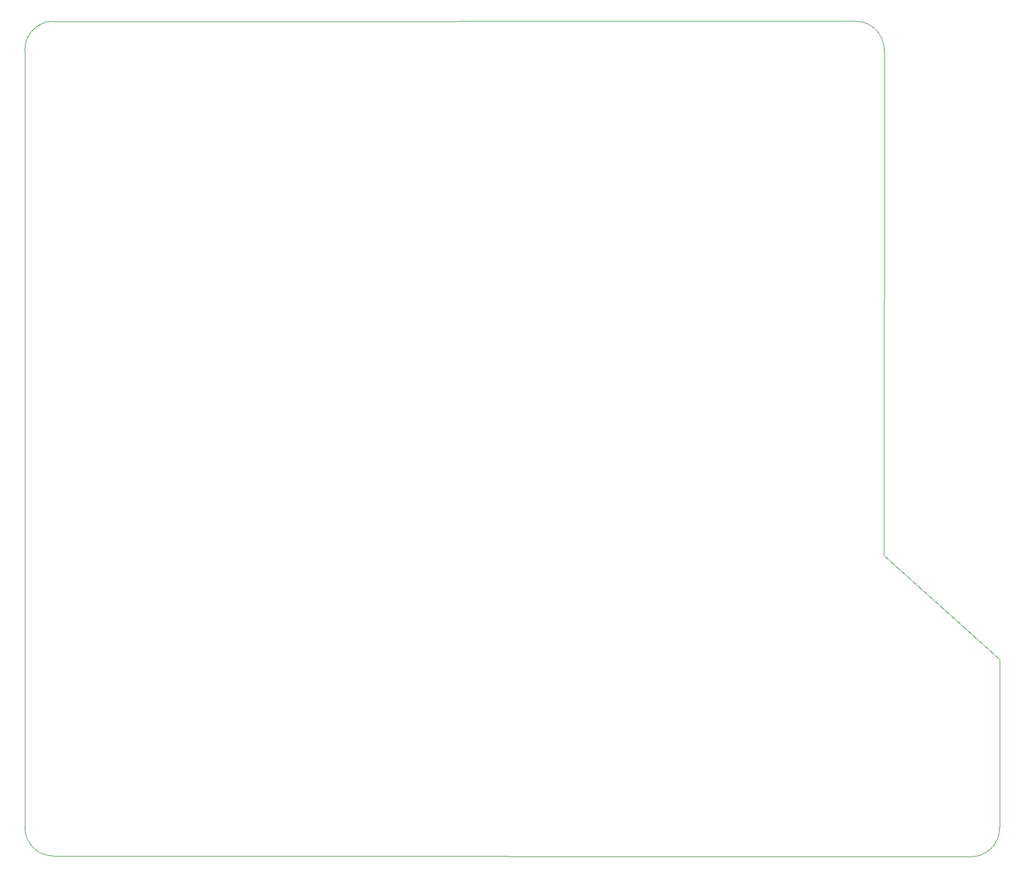
<source format=gm1>
G04 #@! TF.GenerationSoftware,KiCad,Pcbnew,9.0.4*
G04 #@! TF.CreationDate,2025-10-23T22:28:14-07:00*
G04 #@! TF.ProjectId,Urban MC,55726261-6e20-44d4-932e-6b696361645f,rev?*
G04 #@! TF.SameCoordinates,Original*
G04 #@! TF.FileFunction,Profile,NP*
%FSLAX46Y46*%
G04 Gerber Fmt 4.6, Leading zero omitted, Abs format (unit mm)*
G04 Created by KiCad (PCBNEW 9.0.4) date 2025-10-23 22:28:14*
%MOMM*%
%LPD*%
G01*
G04 APERTURE LIST*
G04 #@! TA.AperFunction,Profile*
%ADD10C,0.100000*%
G04 #@! TD*
G04 APERTURE END LIST*
D10*
X238760000Y-149453600D02*
X238750000Y-145850000D01*
X221409418Y-108610400D02*
X221455085Y-32871823D01*
X217140000Y-28550000D02*
G75*
G02*
X221463300Y-32873292I0J-4323300D01*
G01*
X92696792Y-32882516D02*
X92710000Y-149352000D01*
X238760000Y-149453613D02*
G75*
G02*
X234442000Y-153771613I-4318013J13D01*
G01*
X221409418Y-108610400D02*
X238760000Y-124230000D01*
X97028000Y-153670000D02*
G75*
G02*
X92710000Y-149352000I0J4318000D01*
G01*
X217131791Y-28548531D02*
X97014792Y-28564516D01*
X238750000Y-145850000D02*
X238760000Y-124230000D01*
X97028000Y-153670000D02*
X234442000Y-153771600D01*
X92696792Y-32882516D02*
G75*
G02*
X97014792Y-28564492I4318008J16D01*
G01*
M02*

</source>
